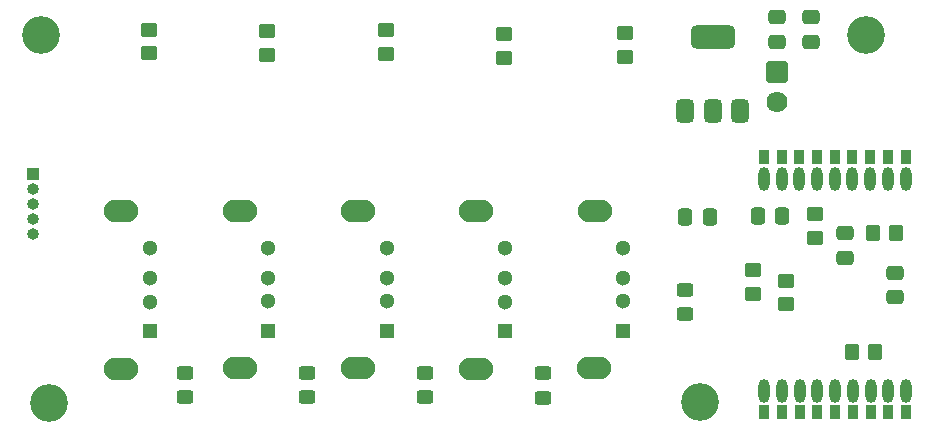
<source format=gbr>
%TF.GenerationSoftware,KiCad,Pcbnew,8.0.4*%
%TF.CreationDate,2025-06-08T15:43:54+10:00*%
%TF.ProjectId,USBPowerBlock,55534250-6f77-4657-9242-6c6f636b2e6b,rev?*%
%TF.SameCoordinates,Original*%
%TF.FileFunction,Soldermask,Bot*%
%TF.FilePolarity,Negative*%
%FSLAX46Y46*%
G04 Gerber Fmt 4.6, Leading zero omitted, Abs format (unit mm)*
G04 Created by KiCad (PCBNEW 8.0.4) date 2025-06-08 15:43:54*
%MOMM*%
%LPD*%
G01*
G04 APERTURE LIST*
G04 Aperture macros list*
%AMRoundRect*
0 Rectangle with rounded corners*
0 $1 Rounding radius*
0 $2 $3 $4 $5 $6 $7 $8 $9 X,Y pos of 4 corners*
0 Add a 4 corners polygon primitive as box body*
4,1,4,$2,$3,$4,$5,$6,$7,$8,$9,$2,$3,0*
0 Add four circle primitives for the rounded corners*
1,1,$1+$1,$2,$3*
1,1,$1+$1,$4,$5*
1,1,$1+$1,$6,$7*
1,1,$1+$1,$8,$9*
0 Add four rect primitives between the rounded corners*
20,1,$1+$1,$2,$3,$4,$5,0*
20,1,$1+$1,$4,$5,$6,$7,0*
20,1,$1+$1,$6,$7,$8,$9,0*
20,1,$1+$1,$8,$9,$2,$3,0*%
G04 Aperture macros list end*
%ADD10C,3.200000*%
%ADD11RoundRect,0.102000X0.787500X-0.787500X0.787500X0.787500X-0.787500X0.787500X-0.787500X-0.787500X0*%
%ADD12C,1.779000*%
%ADD13R,1.300000X1.300000*%
%ADD14C,1.300000*%
%ADD15O,2.900000X1.900000*%
%ADD16R,1.000000X1.000000*%
%ADD17O,1.000000X1.000000*%
%ADD18R,0.900000X1.300000*%
%ADD19O,0.950000X2.000000*%
%ADD20RoundRect,0.250000X0.450000X-0.350000X0.450000X0.350000X-0.450000X0.350000X-0.450000X-0.350000X0*%
%ADD21RoundRect,0.250000X0.450000X-0.325000X0.450000X0.325000X-0.450000X0.325000X-0.450000X-0.325000X0*%
%ADD22RoundRect,0.250000X-0.450000X0.350000X-0.450000X-0.350000X0.450000X-0.350000X0.450000X0.350000X0*%
%ADD23RoundRect,0.250000X0.475000X-0.337500X0.475000X0.337500X-0.475000X0.337500X-0.475000X-0.337500X0*%
%ADD24RoundRect,0.250000X-0.350000X-0.450000X0.350000X-0.450000X0.350000X0.450000X-0.350000X0.450000X0*%
%ADD25RoundRect,0.250000X-0.475000X0.337500X-0.475000X-0.337500X0.475000X-0.337500X0.475000X0.337500X0*%
%ADD26RoundRect,0.375000X0.375000X-0.625000X0.375000X0.625000X-0.375000X0.625000X-0.375000X-0.625000X0*%
%ADD27RoundRect,0.500000X1.400000X-0.500000X1.400000X0.500000X-1.400000X0.500000X-1.400000X-0.500000X0*%
%ADD28RoundRect,0.250000X0.337500X0.475000X-0.337500X0.475000X-0.337500X-0.475000X0.337500X-0.475000X0*%
%ADD29RoundRect,0.250000X0.350000X0.450000X-0.350000X0.450000X-0.350000X-0.450000X0.350000X-0.450000X0*%
%ADD30RoundRect,0.250000X-0.450000X0.325000X-0.450000X-0.325000X0.450000X-0.325000X0.450000X0.325000X0*%
G04 APERTURE END LIST*
D10*
%TO.C,H3*%
X103890000Y-97480000D03*
%TD*%
%TO.C,H1*%
X173020000Y-66330000D03*
%TD*%
D11*
%TO.C,J7*%
X165510000Y-69510000D03*
D12*
X165510000Y-72010000D03*
%TD*%
D13*
%TO.C,J3*%
X132450000Y-91380000D03*
D14*
X132450000Y-88880000D03*
X132450000Y-86880000D03*
X132450000Y-84380000D03*
D15*
X130020000Y-94550000D03*
X130030000Y-81210000D03*
%TD*%
D13*
%TO.C,J5*%
X152470000Y-91380000D03*
D14*
X152470000Y-88880000D03*
X152470000Y-86880000D03*
X152470000Y-84380000D03*
D15*
X150040000Y-94550000D03*
X150050000Y-81210000D03*
%TD*%
D16*
%TO.C,J6*%
X102500000Y-78130000D03*
D17*
X102500000Y-79400000D03*
X102500000Y-80670000D03*
X102500000Y-81940000D03*
X102500000Y-83210000D03*
%TD*%
D10*
%TO.C,H4*%
X103190000Y-66340000D03*
%TD*%
D18*
%TO.C,U1*%
X176380000Y-76690000D03*
D19*
X176380000Y-78540000D03*
D18*
X174880000Y-76690000D03*
D19*
X174880000Y-78540000D03*
D18*
X173380000Y-76690000D03*
D19*
X173380000Y-78540000D03*
D18*
X171880000Y-76690000D03*
D19*
X171880000Y-78540000D03*
D18*
X170380000Y-76690000D03*
D19*
X170380000Y-78540000D03*
D18*
X168880000Y-76690000D03*
D19*
X168880000Y-78540000D03*
D18*
X167380000Y-76690000D03*
D19*
X167380000Y-78540000D03*
D18*
X165880000Y-76690000D03*
D19*
X165880000Y-78540000D03*
D18*
X164380000Y-76690000D03*
D19*
X164380000Y-78540000D03*
X164420000Y-96440000D03*
D18*
X164420000Y-98290000D03*
D19*
X165920000Y-96440000D03*
D18*
X165920000Y-98290000D03*
D19*
X167420000Y-96440000D03*
D18*
X167420000Y-98290000D03*
D19*
X168920000Y-96440000D03*
D18*
X168920000Y-98290000D03*
D19*
X170420000Y-96440000D03*
D18*
X170420000Y-98290000D03*
D19*
X171920000Y-96440000D03*
D18*
X171920000Y-98290000D03*
D19*
X173420000Y-96440000D03*
D18*
X173420000Y-98290000D03*
D19*
X174920000Y-96440000D03*
D18*
X174920000Y-98290000D03*
D19*
X176420000Y-96440000D03*
D18*
X176420000Y-98290000D03*
%TD*%
D13*
%TO.C,J1*%
X112410000Y-91410000D03*
D14*
X112410000Y-88910000D03*
X112410000Y-86910000D03*
X112410000Y-84410000D03*
D15*
X109980000Y-94580000D03*
X109990000Y-81240000D03*
%TD*%
D10*
%TO.C,H2*%
X159010000Y-97440000D03*
%TD*%
D13*
%TO.C,J2*%
X122430000Y-91400000D03*
D14*
X122430000Y-88900000D03*
X122430000Y-86900000D03*
X122430000Y-84400000D03*
D15*
X120000000Y-94570000D03*
X120010000Y-81230000D03*
%TD*%
D13*
%TO.C,J4*%
X142470000Y-91410000D03*
D14*
X142470000Y-88910000D03*
X142470000Y-86910000D03*
X142470000Y-84410000D03*
D15*
X140040000Y-94580000D03*
X140050000Y-81240000D03*
%TD*%
D20*
%TO.C,R10*%
X142340000Y-68290000D03*
X142340000Y-66290000D03*
%TD*%
D21*
%TO.C,F1*%
X115340000Y-96995000D03*
X115340000Y-94945000D03*
%TD*%
D22*
%TO.C,R15*%
X168730000Y-81530000D03*
X168730000Y-83530000D03*
%TD*%
D23*
%TO.C,C3*%
X168410000Y-66907500D03*
X168410000Y-64832500D03*
%TD*%
D21*
%TO.C,F3*%
X135650000Y-97015000D03*
X135650000Y-94965000D03*
%TD*%
D24*
%TO.C,R3*%
X173610000Y-83140000D03*
X175610000Y-83140000D03*
%TD*%
D20*
%TO.C,R8*%
X132360000Y-67940000D03*
X132360000Y-65940000D03*
%TD*%
D22*
%TO.C,R4*%
X163470000Y-86260000D03*
X163470000Y-88260000D03*
%TD*%
D23*
%TO.C,C6*%
X165470000Y-66917500D03*
X165470000Y-64842500D03*
%TD*%
D25*
%TO.C,C1*%
X171250000Y-83142500D03*
X171250000Y-85217500D03*
%TD*%
D20*
%TO.C,R12*%
X152660000Y-68160000D03*
X152660000Y-66160000D03*
%TD*%
D26*
%TO.C,U2*%
X162332500Y-72800000D03*
X160032500Y-72800000D03*
D27*
X160032500Y-66500000D03*
D26*
X157732500Y-72800000D03*
%TD*%
D20*
%TO.C,R2*%
X112290000Y-67880000D03*
X112290000Y-65880000D03*
%TD*%
D28*
%TO.C,C5*%
X159807500Y-81730000D03*
X157732500Y-81730000D03*
%TD*%
D29*
%TO.C,R17*%
X173810000Y-93190000D03*
X171810000Y-93190000D03*
%TD*%
D21*
%TO.C,F2*%
X125710000Y-97015000D03*
X125710000Y-94965000D03*
%TD*%
D20*
%TO.C,R6*%
X122320000Y-67990000D03*
X122320000Y-65990000D03*
%TD*%
D28*
%TO.C,C4*%
X165917500Y-81650000D03*
X163842500Y-81650000D03*
%TD*%
D25*
%TO.C,C2*%
X175520000Y-86452500D03*
X175520000Y-88527500D03*
%TD*%
D30*
%TO.C,F5*%
X157730000Y-87915000D03*
X157730000Y-89965000D03*
%TD*%
D22*
%TO.C,R16*%
X166260000Y-87130000D03*
X166260000Y-89130000D03*
%TD*%
D21*
%TO.C,F4*%
X145710000Y-97045000D03*
X145710000Y-94995000D03*
%TD*%
M02*

</source>
